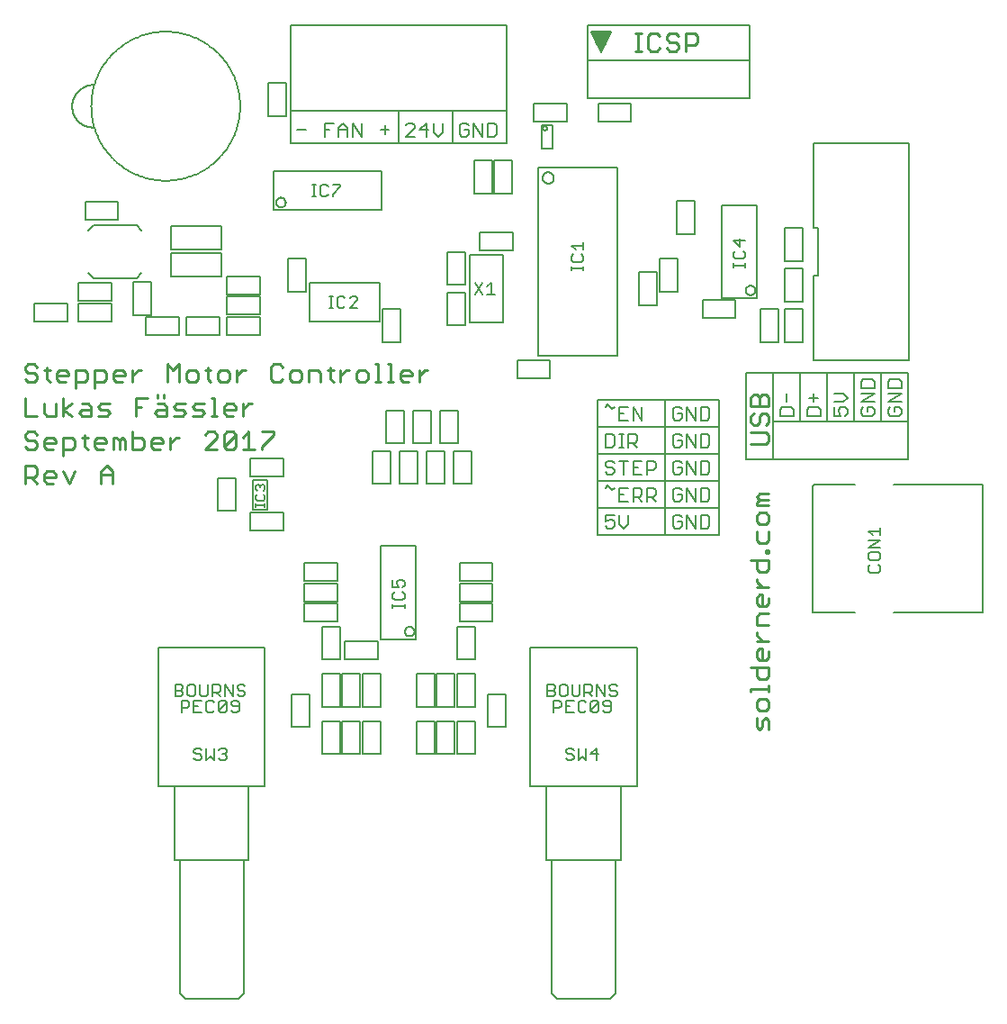
<source format=gto>
G75*
%MOIN*%
%OFA0B0*%
%FSLAX25Y25*%
%IPPOS*%
%LPD*%
%AMOC8*
5,1,8,0,0,1.08239X$1,22.5*
%
%ADD10C,0.00591*%
%ADD11C,0.01000*%
%ADD12C,0.00700*%
%ADD13C,0.00600*%
D10*
X0082102Y0052476D02*
X0082102Y0080035D01*
X0109661Y0080035D01*
X0109661Y0052476D01*
X0107693Y0052476D01*
X0107693Y0003264D01*
X0105724Y0001295D01*
X0086039Y0001295D01*
X0084071Y0003264D01*
X0084071Y0052476D01*
X0082102Y0052476D01*
X0084071Y0052476D02*
X0107693Y0052476D01*
X0109661Y0080035D02*
X0115567Y0080035D01*
X0115567Y0131217D01*
X0076197Y0131217D01*
X0076197Y0080035D01*
X0082102Y0080035D01*
X0125547Y0101807D02*
X0132240Y0101807D01*
X0132240Y0114012D01*
X0125547Y0114012D01*
X0125547Y0101807D01*
X0136797Y0104012D02*
X0136797Y0091807D01*
X0143490Y0091807D01*
X0143490Y0104012D01*
X0136797Y0104012D01*
X0136797Y0109307D02*
X0143490Y0109307D01*
X0143490Y0121512D01*
X0136797Y0121512D01*
X0136797Y0109307D01*
X0144297Y0109307D02*
X0150990Y0109307D01*
X0150990Y0121512D01*
X0144297Y0121512D01*
X0144297Y0109307D01*
X0151797Y0109307D02*
X0158490Y0109307D01*
X0158490Y0121512D01*
X0151797Y0121512D01*
X0151797Y0109307D01*
X0151797Y0104012D02*
X0158490Y0104012D01*
X0158490Y0091807D01*
X0151797Y0091807D01*
X0151797Y0104012D01*
X0150990Y0104012D02*
X0144297Y0104012D01*
X0144297Y0091807D01*
X0150990Y0091807D01*
X0150990Y0104012D01*
X0171797Y0104012D02*
X0171797Y0091807D01*
X0178490Y0091807D01*
X0178490Y0104012D01*
X0171797Y0104012D01*
X0171797Y0109307D02*
X0178490Y0109307D01*
X0178490Y0121512D01*
X0171797Y0121512D01*
X0171797Y0109307D01*
X0179297Y0109307D02*
X0185990Y0109307D01*
X0185990Y0121512D01*
X0179297Y0121512D01*
X0179297Y0109307D01*
X0179297Y0104012D02*
X0179297Y0091807D01*
X0185990Y0091807D01*
X0185990Y0104012D01*
X0179297Y0104012D01*
X0186797Y0104012D02*
X0186797Y0091807D01*
X0193490Y0091807D01*
X0193490Y0104012D01*
X0186797Y0104012D01*
X0186797Y0109307D02*
X0193490Y0109307D01*
X0193490Y0121512D01*
X0186797Y0121512D01*
X0186797Y0109307D01*
X0198047Y0114012D02*
X0198047Y0101807D01*
X0204740Y0101807D01*
X0204740Y0114012D01*
X0198047Y0114012D01*
X0193490Y0126807D02*
X0186797Y0126807D01*
X0186797Y0139012D01*
X0193490Y0139012D01*
X0193490Y0126807D01*
X0187791Y0140813D02*
X0187791Y0147506D01*
X0199996Y0147506D01*
X0199996Y0140813D01*
X0187791Y0140813D01*
X0187791Y0148313D02*
X0187791Y0155006D01*
X0199996Y0155006D01*
X0199996Y0148313D01*
X0187791Y0148313D01*
X0187791Y0155813D02*
X0199996Y0155813D01*
X0199996Y0162506D01*
X0187791Y0162506D01*
X0187791Y0155813D01*
X0171640Y0168884D02*
X0158648Y0168884D01*
X0158648Y0134435D01*
X0171640Y0134435D01*
X0171640Y0168884D01*
X0172240Y0191807D02*
X0165547Y0191807D01*
X0165547Y0204012D01*
X0172240Y0204012D01*
X0172240Y0191807D01*
X0175547Y0191807D02*
X0182240Y0191807D01*
X0182240Y0204012D01*
X0175547Y0204012D01*
X0175547Y0191807D01*
X0185547Y0191807D02*
X0185547Y0204012D01*
X0192240Y0204012D01*
X0192240Y0191807D01*
X0185547Y0191807D01*
X0187240Y0206807D02*
X0180547Y0206807D01*
X0180547Y0219012D01*
X0187240Y0219012D01*
X0187240Y0206807D01*
X0177240Y0206807D02*
X0177240Y0219012D01*
X0170547Y0219012D01*
X0170547Y0206807D01*
X0177240Y0206807D01*
X0167240Y0206807D02*
X0167240Y0219012D01*
X0160547Y0219012D01*
X0160547Y0206807D01*
X0167240Y0206807D01*
X0162240Y0204012D02*
X0155547Y0204012D01*
X0155547Y0191807D01*
X0162240Y0191807D01*
X0162240Y0204012D01*
X0122496Y0201256D02*
X0122496Y0194563D01*
X0110291Y0194563D01*
X0110291Y0201256D01*
X0122496Y0201256D01*
X0116650Y0193421D02*
X0111138Y0193421D01*
X0111138Y0182398D01*
X0116650Y0182398D01*
X0116650Y0193421D01*
X0104740Y0194012D02*
X0104740Y0181807D01*
X0098047Y0181807D01*
X0098047Y0194012D01*
X0104740Y0194012D01*
X0110291Y0181256D02*
X0110291Y0174563D01*
X0122496Y0174563D01*
X0122496Y0181256D01*
X0110291Y0181256D01*
X0130291Y0162506D02*
X0130291Y0155813D01*
X0142496Y0155813D01*
X0142496Y0162506D01*
X0130291Y0162506D01*
X0130291Y0155006D02*
X0130291Y0148313D01*
X0142496Y0148313D01*
X0142496Y0155006D01*
X0130291Y0155006D01*
X0130291Y0147506D02*
X0130291Y0140813D01*
X0142496Y0140813D01*
X0142496Y0147506D01*
X0130291Y0147506D01*
X0136797Y0139012D02*
X0136797Y0126807D01*
X0143490Y0126807D01*
X0143490Y0139012D01*
X0136797Y0139012D01*
X0145291Y0133756D02*
X0145291Y0127063D01*
X0157496Y0127063D01*
X0157496Y0133756D01*
X0145291Y0133756D01*
X0167490Y0137284D02*
X0167492Y0137367D01*
X0167498Y0137451D01*
X0167508Y0137534D01*
X0167521Y0137616D01*
X0167539Y0137698D01*
X0167561Y0137778D01*
X0167586Y0137858D01*
X0167615Y0137936D01*
X0167647Y0138013D01*
X0167684Y0138089D01*
X0167723Y0138162D01*
X0167767Y0138233D01*
X0167813Y0138303D01*
X0167863Y0138370D01*
X0167916Y0138435D01*
X0167971Y0138497D01*
X0168030Y0138556D01*
X0168092Y0138613D01*
X0168156Y0138666D01*
X0168222Y0138717D01*
X0168291Y0138764D01*
X0168362Y0138808D01*
X0168435Y0138849D01*
X0168510Y0138886D01*
X0168586Y0138919D01*
X0168664Y0138949D01*
X0168744Y0138975D01*
X0168824Y0138998D01*
X0168905Y0139016D01*
X0168988Y0139031D01*
X0169070Y0139042D01*
X0169154Y0139049D01*
X0169237Y0139052D01*
X0169321Y0139051D01*
X0169404Y0139046D01*
X0169487Y0139037D01*
X0169570Y0139024D01*
X0169651Y0139008D01*
X0169732Y0138987D01*
X0169812Y0138963D01*
X0169891Y0138935D01*
X0169968Y0138903D01*
X0170044Y0138868D01*
X0170118Y0138829D01*
X0170190Y0138787D01*
X0170260Y0138741D01*
X0170327Y0138692D01*
X0170393Y0138640D01*
X0170455Y0138585D01*
X0170516Y0138527D01*
X0170573Y0138466D01*
X0170627Y0138403D01*
X0170678Y0138337D01*
X0170727Y0138268D01*
X0170771Y0138198D01*
X0170813Y0138125D01*
X0170851Y0138051D01*
X0170885Y0137975D01*
X0170916Y0137897D01*
X0170943Y0137818D01*
X0170967Y0137738D01*
X0170986Y0137657D01*
X0171002Y0137575D01*
X0171014Y0137492D01*
X0171022Y0137409D01*
X0171026Y0137326D01*
X0171026Y0137242D01*
X0171022Y0137159D01*
X0171014Y0137076D01*
X0171002Y0136993D01*
X0170986Y0136911D01*
X0170967Y0136830D01*
X0170943Y0136750D01*
X0170916Y0136671D01*
X0170885Y0136593D01*
X0170851Y0136517D01*
X0170813Y0136443D01*
X0170771Y0136370D01*
X0170727Y0136300D01*
X0170678Y0136231D01*
X0170627Y0136165D01*
X0170573Y0136102D01*
X0170516Y0136041D01*
X0170455Y0135983D01*
X0170393Y0135928D01*
X0170327Y0135876D01*
X0170260Y0135827D01*
X0170190Y0135781D01*
X0170118Y0135739D01*
X0170044Y0135700D01*
X0169968Y0135665D01*
X0169891Y0135633D01*
X0169812Y0135605D01*
X0169732Y0135581D01*
X0169651Y0135560D01*
X0169570Y0135544D01*
X0169487Y0135531D01*
X0169404Y0135522D01*
X0169321Y0135517D01*
X0169237Y0135516D01*
X0169154Y0135519D01*
X0169070Y0135526D01*
X0168988Y0135537D01*
X0168905Y0135552D01*
X0168824Y0135570D01*
X0168744Y0135593D01*
X0168664Y0135619D01*
X0168586Y0135649D01*
X0168510Y0135682D01*
X0168435Y0135719D01*
X0168362Y0135760D01*
X0168291Y0135804D01*
X0168222Y0135851D01*
X0168156Y0135902D01*
X0168092Y0135955D01*
X0168030Y0136012D01*
X0167971Y0136071D01*
X0167916Y0136133D01*
X0167863Y0136198D01*
X0167813Y0136265D01*
X0167767Y0136335D01*
X0167723Y0136406D01*
X0167684Y0136479D01*
X0167647Y0136555D01*
X0167615Y0136632D01*
X0167586Y0136710D01*
X0167561Y0136790D01*
X0167539Y0136870D01*
X0167521Y0136952D01*
X0167508Y0137034D01*
X0167498Y0137117D01*
X0167492Y0137201D01*
X0167490Y0137284D01*
X0213992Y0131217D02*
X0213992Y0080035D01*
X0219898Y0080035D01*
X0219898Y0052476D01*
X0221866Y0052476D01*
X0221866Y0003264D01*
X0223835Y0001295D01*
X0243520Y0001295D01*
X0245488Y0003264D01*
X0245488Y0052476D01*
X0221866Y0052476D01*
X0245488Y0052476D02*
X0247457Y0052476D01*
X0247457Y0080035D01*
X0253362Y0080035D01*
X0253362Y0131217D01*
X0213992Y0131217D01*
X0238894Y0172909D02*
X0238894Y0182909D01*
X0283894Y0182909D01*
X0283894Y0172909D01*
X0238894Y0172909D01*
X0238894Y0182909D02*
X0238894Y0192909D01*
X0283894Y0192909D01*
X0283894Y0182909D01*
X0283894Y0192909D02*
X0283894Y0202909D01*
X0238894Y0202909D01*
X0238894Y0212909D01*
X0283894Y0212909D01*
X0283894Y0202909D01*
X0283894Y0212909D02*
X0283894Y0222909D01*
X0263894Y0222909D01*
X0238894Y0222909D01*
X0238894Y0212909D01*
X0238894Y0202909D02*
X0238894Y0192909D01*
X0263894Y0172909D02*
X0263894Y0222909D01*
X0246013Y0239359D02*
X0246013Y0308859D01*
X0216775Y0308859D01*
X0216775Y0239359D01*
X0246013Y0239359D01*
X0254297Y0258057D02*
X0260990Y0258057D01*
X0260990Y0270262D01*
X0254297Y0270262D01*
X0254297Y0258057D01*
X0261797Y0263057D02*
X0268490Y0263057D01*
X0268490Y0275262D01*
X0261797Y0275262D01*
X0261797Y0263057D01*
X0277791Y0260006D02*
X0277791Y0253313D01*
X0289996Y0253313D01*
X0289996Y0260006D01*
X0277791Y0260006D01*
X0284898Y0260685D02*
X0284898Y0295134D01*
X0297890Y0295134D01*
X0297890Y0260685D01*
X0284898Y0260685D01*
X0293740Y0263534D02*
X0293742Y0263617D01*
X0293748Y0263701D01*
X0293758Y0263784D01*
X0293771Y0263866D01*
X0293789Y0263948D01*
X0293811Y0264028D01*
X0293836Y0264108D01*
X0293865Y0264186D01*
X0293897Y0264263D01*
X0293934Y0264339D01*
X0293973Y0264412D01*
X0294017Y0264483D01*
X0294063Y0264553D01*
X0294113Y0264620D01*
X0294166Y0264685D01*
X0294221Y0264747D01*
X0294280Y0264806D01*
X0294342Y0264863D01*
X0294406Y0264916D01*
X0294472Y0264967D01*
X0294541Y0265014D01*
X0294612Y0265058D01*
X0294685Y0265099D01*
X0294760Y0265136D01*
X0294836Y0265169D01*
X0294914Y0265199D01*
X0294994Y0265225D01*
X0295074Y0265248D01*
X0295155Y0265266D01*
X0295238Y0265281D01*
X0295320Y0265292D01*
X0295404Y0265299D01*
X0295487Y0265302D01*
X0295571Y0265301D01*
X0295654Y0265296D01*
X0295737Y0265287D01*
X0295820Y0265274D01*
X0295901Y0265258D01*
X0295982Y0265237D01*
X0296062Y0265213D01*
X0296141Y0265185D01*
X0296218Y0265153D01*
X0296294Y0265118D01*
X0296368Y0265079D01*
X0296440Y0265037D01*
X0296510Y0264991D01*
X0296577Y0264942D01*
X0296643Y0264890D01*
X0296705Y0264835D01*
X0296766Y0264777D01*
X0296823Y0264716D01*
X0296877Y0264653D01*
X0296928Y0264587D01*
X0296977Y0264518D01*
X0297021Y0264448D01*
X0297063Y0264375D01*
X0297101Y0264301D01*
X0297135Y0264225D01*
X0297166Y0264147D01*
X0297193Y0264068D01*
X0297217Y0263988D01*
X0297236Y0263907D01*
X0297252Y0263825D01*
X0297264Y0263742D01*
X0297272Y0263659D01*
X0297276Y0263576D01*
X0297276Y0263492D01*
X0297272Y0263409D01*
X0297264Y0263326D01*
X0297252Y0263243D01*
X0297236Y0263161D01*
X0297217Y0263080D01*
X0297193Y0263000D01*
X0297166Y0262921D01*
X0297135Y0262843D01*
X0297101Y0262767D01*
X0297063Y0262693D01*
X0297021Y0262620D01*
X0296977Y0262550D01*
X0296928Y0262481D01*
X0296877Y0262415D01*
X0296823Y0262352D01*
X0296766Y0262291D01*
X0296705Y0262233D01*
X0296643Y0262178D01*
X0296577Y0262126D01*
X0296510Y0262077D01*
X0296440Y0262031D01*
X0296368Y0261989D01*
X0296294Y0261950D01*
X0296218Y0261915D01*
X0296141Y0261883D01*
X0296062Y0261855D01*
X0295982Y0261831D01*
X0295901Y0261810D01*
X0295820Y0261794D01*
X0295737Y0261781D01*
X0295654Y0261772D01*
X0295571Y0261767D01*
X0295487Y0261766D01*
X0295404Y0261769D01*
X0295320Y0261776D01*
X0295238Y0261787D01*
X0295155Y0261802D01*
X0295074Y0261820D01*
X0294994Y0261843D01*
X0294914Y0261869D01*
X0294836Y0261899D01*
X0294760Y0261932D01*
X0294685Y0261969D01*
X0294612Y0262010D01*
X0294541Y0262054D01*
X0294472Y0262101D01*
X0294406Y0262152D01*
X0294342Y0262205D01*
X0294280Y0262262D01*
X0294221Y0262321D01*
X0294166Y0262383D01*
X0294113Y0262448D01*
X0294063Y0262515D01*
X0294017Y0262585D01*
X0293973Y0262656D01*
X0293934Y0262729D01*
X0293897Y0262805D01*
X0293865Y0262882D01*
X0293836Y0262960D01*
X0293811Y0263040D01*
X0293789Y0263120D01*
X0293771Y0263202D01*
X0293758Y0263284D01*
X0293748Y0263367D01*
X0293742Y0263451D01*
X0293740Y0263534D01*
X0299297Y0256512D02*
X0305990Y0256512D01*
X0305990Y0244307D01*
X0299297Y0244307D01*
X0299297Y0256512D01*
X0308047Y0256512D02*
X0314740Y0256512D01*
X0314740Y0244307D01*
X0308047Y0244307D01*
X0308047Y0256512D01*
X0308047Y0259307D02*
X0314740Y0259307D01*
X0314740Y0271512D01*
X0308047Y0271512D01*
X0308047Y0259307D01*
X0318677Y0269051D02*
X0320646Y0269051D01*
X0320646Y0286768D01*
X0318677Y0286768D01*
X0318677Y0318067D01*
X0354110Y0318067D01*
X0354110Y0237752D01*
X0318677Y0237752D01*
X0318677Y0269051D01*
X0314740Y0274307D02*
X0308047Y0274307D01*
X0308047Y0286512D01*
X0314740Y0286512D01*
X0314740Y0274307D01*
X0274740Y0284307D02*
X0268047Y0284307D01*
X0268047Y0296512D01*
X0274740Y0296512D01*
X0274740Y0284307D01*
X0251246Y0325813D02*
X0239041Y0325813D01*
X0239041Y0332506D01*
X0251246Y0332506D01*
X0251246Y0325813D01*
X0235144Y0334659D02*
X0235144Y0348659D01*
X0295144Y0348659D01*
X0295144Y0334659D01*
X0235144Y0334659D01*
X0227496Y0332506D02*
X0227496Y0325813D01*
X0215291Y0325813D01*
X0215291Y0332506D01*
X0227496Y0332506D01*
X0222112Y0324740D02*
X0218175Y0324740D01*
X0218175Y0316079D01*
X0222112Y0316079D01*
X0222112Y0324740D01*
X0218569Y0323559D02*
X0218571Y0323615D01*
X0218577Y0323670D01*
X0218587Y0323724D01*
X0218600Y0323778D01*
X0218618Y0323831D01*
X0218639Y0323882D01*
X0218663Y0323932D01*
X0218691Y0323980D01*
X0218723Y0324026D01*
X0218757Y0324070D01*
X0218795Y0324111D01*
X0218835Y0324149D01*
X0218878Y0324184D01*
X0218923Y0324216D01*
X0218971Y0324245D01*
X0219020Y0324271D01*
X0219071Y0324293D01*
X0219123Y0324311D01*
X0219177Y0324325D01*
X0219232Y0324336D01*
X0219287Y0324343D01*
X0219342Y0324346D01*
X0219398Y0324345D01*
X0219453Y0324340D01*
X0219508Y0324331D01*
X0219562Y0324319D01*
X0219615Y0324302D01*
X0219667Y0324282D01*
X0219717Y0324258D01*
X0219765Y0324231D01*
X0219812Y0324201D01*
X0219856Y0324167D01*
X0219898Y0324130D01*
X0219936Y0324090D01*
X0219973Y0324048D01*
X0220006Y0324003D01*
X0220035Y0323957D01*
X0220062Y0323908D01*
X0220084Y0323857D01*
X0220104Y0323805D01*
X0220119Y0323751D01*
X0220131Y0323697D01*
X0220139Y0323642D01*
X0220143Y0323587D01*
X0220143Y0323531D01*
X0220139Y0323476D01*
X0220131Y0323421D01*
X0220119Y0323367D01*
X0220104Y0323313D01*
X0220084Y0323261D01*
X0220062Y0323210D01*
X0220035Y0323161D01*
X0220006Y0323115D01*
X0219973Y0323070D01*
X0219936Y0323028D01*
X0219898Y0322988D01*
X0219856Y0322951D01*
X0219812Y0322917D01*
X0219765Y0322887D01*
X0219717Y0322860D01*
X0219667Y0322836D01*
X0219615Y0322816D01*
X0219562Y0322799D01*
X0219508Y0322787D01*
X0219453Y0322778D01*
X0219398Y0322773D01*
X0219342Y0322772D01*
X0219287Y0322775D01*
X0219232Y0322782D01*
X0219177Y0322793D01*
X0219123Y0322807D01*
X0219071Y0322825D01*
X0219020Y0322847D01*
X0218971Y0322873D01*
X0218923Y0322902D01*
X0218878Y0322934D01*
X0218835Y0322969D01*
X0218795Y0323007D01*
X0218757Y0323048D01*
X0218723Y0323092D01*
X0218691Y0323138D01*
X0218663Y0323186D01*
X0218639Y0323236D01*
X0218618Y0323287D01*
X0218600Y0323340D01*
X0218587Y0323394D01*
X0218577Y0323448D01*
X0218571Y0323503D01*
X0218569Y0323559D01*
X0207240Y0311512D02*
X0200547Y0311512D01*
X0200547Y0299307D01*
X0207240Y0299307D01*
X0207240Y0311512D01*
X0205144Y0317909D02*
X0205144Y0330409D01*
X0205144Y0330124D02*
X0125144Y0330124D01*
X0125144Y0361620D01*
X0205144Y0361620D01*
X0205144Y0330124D01*
X0205144Y0317909D02*
X0185144Y0317909D01*
X0185144Y0329784D01*
X0185144Y0317909D02*
X0165144Y0317909D01*
X0165144Y0329784D01*
X0165144Y0317909D02*
X0125144Y0317909D01*
X0125144Y0330409D01*
X0123490Y0328057D02*
X0116797Y0328057D01*
X0116797Y0340262D01*
X0123490Y0340262D01*
X0123490Y0328057D01*
X0118815Y0307496D02*
X0118815Y0293323D01*
X0158972Y0293323D01*
X0158972Y0307496D01*
X0118815Y0307496D01*
X0119803Y0296079D02*
X0119805Y0296162D01*
X0119811Y0296246D01*
X0119821Y0296329D01*
X0119834Y0296411D01*
X0119852Y0296493D01*
X0119874Y0296573D01*
X0119899Y0296653D01*
X0119928Y0296731D01*
X0119960Y0296808D01*
X0119997Y0296884D01*
X0120036Y0296957D01*
X0120080Y0297028D01*
X0120126Y0297098D01*
X0120176Y0297165D01*
X0120229Y0297230D01*
X0120284Y0297292D01*
X0120343Y0297351D01*
X0120405Y0297408D01*
X0120469Y0297461D01*
X0120535Y0297512D01*
X0120604Y0297559D01*
X0120675Y0297603D01*
X0120748Y0297644D01*
X0120823Y0297681D01*
X0120899Y0297714D01*
X0120977Y0297744D01*
X0121057Y0297770D01*
X0121137Y0297793D01*
X0121218Y0297811D01*
X0121301Y0297826D01*
X0121383Y0297837D01*
X0121467Y0297844D01*
X0121550Y0297847D01*
X0121634Y0297846D01*
X0121717Y0297841D01*
X0121800Y0297832D01*
X0121883Y0297819D01*
X0121964Y0297803D01*
X0122045Y0297782D01*
X0122125Y0297758D01*
X0122204Y0297730D01*
X0122281Y0297698D01*
X0122357Y0297663D01*
X0122431Y0297624D01*
X0122503Y0297582D01*
X0122573Y0297536D01*
X0122640Y0297487D01*
X0122706Y0297435D01*
X0122768Y0297380D01*
X0122829Y0297322D01*
X0122886Y0297261D01*
X0122940Y0297198D01*
X0122991Y0297132D01*
X0123040Y0297063D01*
X0123084Y0296993D01*
X0123126Y0296920D01*
X0123164Y0296846D01*
X0123198Y0296770D01*
X0123229Y0296692D01*
X0123256Y0296613D01*
X0123280Y0296533D01*
X0123299Y0296452D01*
X0123315Y0296370D01*
X0123327Y0296287D01*
X0123335Y0296204D01*
X0123339Y0296121D01*
X0123339Y0296037D01*
X0123335Y0295954D01*
X0123327Y0295871D01*
X0123315Y0295788D01*
X0123299Y0295706D01*
X0123280Y0295625D01*
X0123256Y0295545D01*
X0123229Y0295466D01*
X0123198Y0295388D01*
X0123164Y0295312D01*
X0123126Y0295238D01*
X0123084Y0295165D01*
X0123040Y0295095D01*
X0122991Y0295026D01*
X0122940Y0294960D01*
X0122886Y0294897D01*
X0122829Y0294836D01*
X0122768Y0294778D01*
X0122706Y0294723D01*
X0122640Y0294671D01*
X0122573Y0294622D01*
X0122503Y0294576D01*
X0122431Y0294534D01*
X0122357Y0294495D01*
X0122281Y0294460D01*
X0122204Y0294428D01*
X0122125Y0294400D01*
X0122045Y0294376D01*
X0121964Y0294355D01*
X0121883Y0294339D01*
X0121800Y0294326D01*
X0121717Y0294317D01*
X0121634Y0294312D01*
X0121550Y0294311D01*
X0121467Y0294314D01*
X0121383Y0294321D01*
X0121301Y0294332D01*
X0121218Y0294347D01*
X0121137Y0294365D01*
X0121057Y0294388D01*
X0120977Y0294414D01*
X0120899Y0294444D01*
X0120823Y0294477D01*
X0120748Y0294514D01*
X0120675Y0294555D01*
X0120604Y0294599D01*
X0120535Y0294646D01*
X0120469Y0294697D01*
X0120405Y0294750D01*
X0120343Y0294807D01*
X0120284Y0294866D01*
X0120229Y0294928D01*
X0120176Y0294993D01*
X0120126Y0295060D01*
X0120080Y0295130D01*
X0120036Y0295201D01*
X0119997Y0295274D01*
X0119960Y0295350D01*
X0119928Y0295427D01*
X0119899Y0295505D01*
X0119874Y0295585D01*
X0119852Y0295665D01*
X0119834Y0295747D01*
X0119821Y0295829D01*
X0119811Y0295912D01*
X0119805Y0295996D01*
X0119803Y0296079D01*
X0124297Y0275262D02*
X0124297Y0263057D01*
X0130990Y0263057D01*
X0130990Y0275262D01*
X0124297Y0275262D01*
X0132152Y0266246D02*
X0158136Y0266246D01*
X0158136Y0252073D01*
X0132152Y0252073D01*
X0132152Y0266246D01*
X0113746Y0268756D02*
X0113746Y0262063D01*
X0101541Y0262063D01*
X0101541Y0268756D01*
X0113746Y0268756D01*
X0113746Y0261256D02*
X0113746Y0254563D01*
X0101541Y0254563D01*
X0101541Y0261256D01*
X0113746Y0261256D01*
X0113746Y0253756D02*
X0101541Y0253756D01*
X0101541Y0247063D01*
X0113746Y0247063D01*
X0113746Y0253756D01*
X0098746Y0253756D02*
X0098746Y0247063D01*
X0086541Y0247063D01*
X0086541Y0253756D01*
X0098746Y0253756D01*
X0099593Y0268579D02*
X0099593Y0277240D01*
X0080695Y0277240D01*
X0080695Y0268579D01*
X0099593Y0268579D01*
X0099593Y0278579D02*
X0099593Y0287240D01*
X0080695Y0287240D01*
X0080695Y0278579D01*
X0099593Y0278579D01*
X0083746Y0253756D02*
X0071541Y0253756D01*
X0071541Y0247063D01*
X0083746Y0247063D01*
X0083746Y0253756D01*
X0073490Y0254307D02*
X0073490Y0266512D01*
X0066797Y0266512D01*
X0066797Y0254307D01*
X0073490Y0254307D01*
X0068018Y0268067D02*
X0052270Y0268067D01*
X0050301Y0270035D01*
X0046541Y0266256D02*
X0046541Y0259563D01*
X0058746Y0259563D01*
X0058746Y0266256D01*
X0046541Y0266256D01*
X0046541Y0258756D02*
X0046541Y0252063D01*
X0058746Y0252063D01*
X0058746Y0258756D01*
X0046541Y0258756D01*
X0042496Y0258756D02*
X0042496Y0252063D01*
X0030291Y0252063D01*
X0030291Y0258756D01*
X0042496Y0258756D01*
X0068018Y0268067D02*
X0069986Y0270035D01*
X0069986Y0285783D02*
X0068018Y0287752D01*
X0052270Y0287752D01*
X0050301Y0285783D01*
X0049041Y0289563D02*
X0061246Y0289563D01*
X0061246Y0296256D01*
X0049041Y0296256D01*
X0049041Y0289563D01*
X0052122Y0323785D02*
X0051930Y0323787D01*
X0051739Y0323794D01*
X0051547Y0323806D01*
X0051356Y0323822D01*
X0051166Y0323843D01*
X0050976Y0323869D01*
X0050786Y0323899D01*
X0050598Y0323934D01*
X0050410Y0323973D01*
X0050223Y0324017D01*
X0050038Y0324066D01*
X0049854Y0324119D01*
X0049671Y0324176D01*
X0049489Y0324238D01*
X0049309Y0324305D01*
X0049131Y0324375D01*
X0048954Y0324450D01*
X0048780Y0324530D01*
X0048607Y0324613D01*
X0048437Y0324701D01*
X0048268Y0324792D01*
X0048102Y0324888D01*
X0047939Y0324988D01*
X0047777Y0325092D01*
X0047619Y0325200D01*
X0047463Y0325311D01*
X0047310Y0325427D01*
X0047159Y0325546D01*
X0047012Y0325668D01*
X0046868Y0325795D01*
X0046726Y0325924D01*
X0046588Y0326057D01*
X0046453Y0326194D01*
X0046322Y0326334D01*
X0046194Y0326476D01*
X0046070Y0326622D01*
X0045949Y0326771D01*
X0045832Y0326923D01*
X0045718Y0327077D01*
X0045608Y0327235D01*
X0045503Y0327395D01*
X0045401Y0327557D01*
X0045303Y0327722D01*
X0045209Y0327889D01*
X0045119Y0328059D01*
X0045034Y0328230D01*
X0044952Y0328404D01*
X0044875Y0328579D01*
X0044802Y0328757D01*
X0044734Y0328936D01*
X0044670Y0329117D01*
X0044610Y0329299D01*
X0044555Y0329482D01*
X0044504Y0329667D01*
X0044458Y0329853D01*
X0044416Y0330041D01*
X0044379Y0330229D01*
X0044346Y0330418D01*
X0044319Y0330607D01*
X0044295Y0330798D01*
X0044277Y0330989D01*
X0044263Y0331180D01*
X0044253Y0331371D01*
X0044249Y0331563D01*
X0044249Y0331755D01*
X0044253Y0331947D01*
X0044263Y0332138D01*
X0044277Y0332329D01*
X0044295Y0332520D01*
X0044319Y0332711D01*
X0044346Y0332900D01*
X0044379Y0333089D01*
X0044416Y0333277D01*
X0044458Y0333465D01*
X0044504Y0333651D01*
X0044555Y0333836D01*
X0044610Y0334019D01*
X0044670Y0334201D01*
X0044734Y0334382D01*
X0044802Y0334561D01*
X0044875Y0334739D01*
X0044952Y0334914D01*
X0045034Y0335088D01*
X0045119Y0335259D01*
X0045209Y0335429D01*
X0045303Y0335596D01*
X0045401Y0335761D01*
X0045503Y0335923D01*
X0045608Y0336083D01*
X0045718Y0336241D01*
X0045832Y0336395D01*
X0045949Y0336547D01*
X0046070Y0336696D01*
X0046194Y0336842D01*
X0046322Y0336984D01*
X0046453Y0337124D01*
X0046588Y0337261D01*
X0046726Y0337394D01*
X0046868Y0337523D01*
X0047012Y0337650D01*
X0047159Y0337772D01*
X0047310Y0337891D01*
X0047463Y0338007D01*
X0047619Y0338118D01*
X0047777Y0338226D01*
X0047939Y0338330D01*
X0048102Y0338430D01*
X0048268Y0338526D01*
X0048437Y0338617D01*
X0048607Y0338705D01*
X0048780Y0338788D01*
X0048954Y0338868D01*
X0049131Y0338943D01*
X0049309Y0339013D01*
X0049489Y0339080D01*
X0049671Y0339142D01*
X0049854Y0339199D01*
X0050038Y0339252D01*
X0050223Y0339301D01*
X0050410Y0339345D01*
X0050598Y0339384D01*
X0050786Y0339419D01*
X0050976Y0339449D01*
X0051166Y0339475D01*
X0051356Y0339496D01*
X0051547Y0339512D01*
X0051739Y0339524D01*
X0051930Y0339531D01*
X0052122Y0339533D01*
X0051335Y0331659D02*
X0051343Y0332335D01*
X0051368Y0333011D01*
X0051410Y0333686D01*
X0051468Y0334360D01*
X0051542Y0335033D01*
X0051633Y0335703D01*
X0051741Y0336371D01*
X0051865Y0337035D01*
X0052005Y0337697D01*
X0052161Y0338355D01*
X0052333Y0339009D01*
X0052522Y0339659D01*
X0052726Y0340304D01*
X0052946Y0340943D01*
X0053182Y0341577D01*
X0053433Y0342205D01*
X0053699Y0342827D01*
X0053981Y0343442D01*
X0054278Y0344050D01*
X0054589Y0344650D01*
X0054915Y0345243D01*
X0055256Y0345827D01*
X0055611Y0346403D01*
X0055980Y0346970D01*
X0056362Y0347528D01*
X0056758Y0348076D01*
X0057168Y0348614D01*
X0057591Y0349142D01*
X0058026Y0349660D01*
X0058474Y0350166D01*
X0058934Y0350662D01*
X0059407Y0351146D01*
X0059891Y0351619D01*
X0060387Y0352079D01*
X0060893Y0352527D01*
X0061411Y0352962D01*
X0061939Y0353385D01*
X0062477Y0353795D01*
X0063025Y0354191D01*
X0063583Y0354573D01*
X0064150Y0354942D01*
X0064726Y0355297D01*
X0065310Y0355638D01*
X0065903Y0355964D01*
X0066503Y0356275D01*
X0067111Y0356572D01*
X0067726Y0356854D01*
X0068348Y0357120D01*
X0068976Y0357371D01*
X0069610Y0357607D01*
X0070249Y0357827D01*
X0070894Y0358031D01*
X0071544Y0358220D01*
X0072198Y0358392D01*
X0072856Y0358548D01*
X0073518Y0358688D01*
X0074182Y0358812D01*
X0074850Y0358920D01*
X0075520Y0359011D01*
X0076193Y0359085D01*
X0076867Y0359143D01*
X0077542Y0359185D01*
X0078218Y0359210D01*
X0078894Y0359218D01*
X0079570Y0359210D01*
X0080246Y0359185D01*
X0080921Y0359143D01*
X0081595Y0359085D01*
X0082268Y0359011D01*
X0082938Y0358920D01*
X0083606Y0358812D01*
X0084270Y0358688D01*
X0084932Y0358548D01*
X0085590Y0358392D01*
X0086244Y0358220D01*
X0086894Y0358031D01*
X0087539Y0357827D01*
X0088178Y0357607D01*
X0088812Y0357371D01*
X0089440Y0357120D01*
X0090062Y0356854D01*
X0090677Y0356572D01*
X0091285Y0356275D01*
X0091885Y0355964D01*
X0092478Y0355638D01*
X0093062Y0355297D01*
X0093638Y0354942D01*
X0094205Y0354573D01*
X0094763Y0354191D01*
X0095311Y0353795D01*
X0095849Y0353385D01*
X0096377Y0352962D01*
X0096895Y0352527D01*
X0097401Y0352079D01*
X0097897Y0351619D01*
X0098381Y0351146D01*
X0098854Y0350662D01*
X0099314Y0350166D01*
X0099762Y0349660D01*
X0100197Y0349142D01*
X0100620Y0348614D01*
X0101030Y0348076D01*
X0101426Y0347528D01*
X0101808Y0346970D01*
X0102177Y0346403D01*
X0102532Y0345827D01*
X0102873Y0345243D01*
X0103199Y0344650D01*
X0103510Y0344050D01*
X0103807Y0343442D01*
X0104089Y0342827D01*
X0104355Y0342205D01*
X0104606Y0341577D01*
X0104842Y0340943D01*
X0105062Y0340304D01*
X0105266Y0339659D01*
X0105455Y0339009D01*
X0105627Y0338355D01*
X0105783Y0337697D01*
X0105923Y0337035D01*
X0106047Y0336371D01*
X0106155Y0335703D01*
X0106246Y0335033D01*
X0106320Y0334360D01*
X0106378Y0333686D01*
X0106420Y0333011D01*
X0106445Y0332335D01*
X0106453Y0331659D01*
X0106445Y0330983D01*
X0106420Y0330307D01*
X0106378Y0329632D01*
X0106320Y0328958D01*
X0106246Y0328285D01*
X0106155Y0327615D01*
X0106047Y0326947D01*
X0105923Y0326283D01*
X0105783Y0325621D01*
X0105627Y0324963D01*
X0105455Y0324309D01*
X0105266Y0323659D01*
X0105062Y0323014D01*
X0104842Y0322375D01*
X0104606Y0321741D01*
X0104355Y0321113D01*
X0104089Y0320491D01*
X0103807Y0319876D01*
X0103510Y0319268D01*
X0103199Y0318668D01*
X0102873Y0318075D01*
X0102532Y0317491D01*
X0102177Y0316915D01*
X0101808Y0316348D01*
X0101426Y0315790D01*
X0101030Y0315242D01*
X0100620Y0314704D01*
X0100197Y0314176D01*
X0099762Y0313658D01*
X0099314Y0313152D01*
X0098854Y0312656D01*
X0098381Y0312172D01*
X0097897Y0311699D01*
X0097401Y0311239D01*
X0096895Y0310791D01*
X0096377Y0310356D01*
X0095849Y0309933D01*
X0095311Y0309523D01*
X0094763Y0309127D01*
X0094205Y0308745D01*
X0093638Y0308376D01*
X0093062Y0308021D01*
X0092478Y0307680D01*
X0091885Y0307354D01*
X0091285Y0307043D01*
X0090677Y0306746D01*
X0090062Y0306464D01*
X0089440Y0306198D01*
X0088812Y0305947D01*
X0088178Y0305711D01*
X0087539Y0305491D01*
X0086894Y0305287D01*
X0086244Y0305098D01*
X0085590Y0304926D01*
X0084932Y0304770D01*
X0084270Y0304630D01*
X0083606Y0304506D01*
X0082938Y0304398D01*
X0082268Y0304307D01*
X0081595Y0304233D01*
X0080921Y0304175D01*
X0080246Y0304133D01*
X0079570Y0304108D01*
X0078894Y0304100D01*
X0078218Y0304108D01*
X0077542Y0304133D01*
X0076867Y0304175D01*
X0076193Y0304233D01*
X0075520Y0304307D01*
X0074850Y0304398D01*
X0074182Y0304506D01*
X0073518Y0304630D01*
X0072856Y0304770D01*
X0072198Y0304926D01*
X0071544Y0305098D01*
X0070894Y0305287D01*
X0070249Y0305491D01*
X0069610Y0305711D01*
X0068976Y0305947D01*
X0068348Y0306198D01*
X0067726Y0306464D01*
X0067111Y0306746D01*
X0066503Y0307043D01*
X0065903Y0307354D01*
X0065310Y0307680D01*
X0064726Y0308021D01*
X0064150Y0308376D01*
X0063583Y0308745D01*
X0063025Y0309127D01*
X0062477Y0309523D01*
X0061939Y0309933D01*
X0061411Y0310356D01*
X0060893Y0310791D01*
X0060387Y0311239D01*
X0059891Y0311699D01*
X0059407Y0312172D01*
X0058934Y0312656D01*
X0058474Y0313152D01*
X0058026Y0313658D01*
X0057591Y0314176D01*
X0057168Y0314704D01*
X0056758Y0315242D01*
X0056362Y0315790D01*
X0055980Y0316348D01*
X0055611Y0316915D01*
X0055256Y0317491D01*
X0054915Y0318075D01*
X0054589Y0318668D01*
X0054278Y0319268D01*
X0053981Y0319876D01*
X0053699Y0320491D01*
X0053433Y0321113D01*
X0053182Y0321741D01*
X0052946Y0322375D01*
X0052726Y0323014D01*
X0052522Y0323659D01*
X0052333Y0324309D01*
X0052161Y0324963D01*
X0052005Y0325621D01*
X0051865Y0326283D01*
X0051741Y0326947D01*
X0051633Y0327615D01*
X0051542Y0328285D01*
X0051468Y0328958D01*
X0051410Y0329632D01*
X0051368Y0330307D01*
X0051343Y0330983D01*
X0051335Y0331659D01*
X0159297Y0256512D02*
X0159297Y0244307D01*
X0165990Y0244307D01*
X0165990Y0256512D01*
X0159297Y0256512D01*
X0183047Y0250557D02*
X0189740Y0250557D01*
X0189740Y0262762D01*
X0183047Y0262762D01*
X0183047Y0250557D01*
X0191344Y0251561D02*
X0191344Y0276758D01*
X0203943Y0276758D01*
X0203943Y0251561D01*
X0191344Y0251561D01*
X0189740Y0265557D02*
X0183047Y0265557D01*
X0183047Y0277762D01*
X0189740Y0277762D01*
X0189740Y0265557D01*
X0195291Y0278313D02*
X0195291Y0285006D01*
X0207496Y0285006D01*
X0207496Y0278313D01*
X0195291Y0278313D01*
X0193047Y0299307D02*
X0199740Y0299307D01*
X0199740Y0311512D01*
X0193047Y0311512D01*
X0193047Y0299307D01*
X0218469Y0305159D02*
X0218471Y0305251D01*
X0218477Y0305342D01*
X0218487Y0305433D01*
X0218501Y0305524D01*
X0218519Y0305614D01*
X0218541Y0305703D01*
X0218566Y0305790D01*
X0218596Y0305877D01*
X0218629Y0305963D01*
X0218666Y0306046D01*
X0218706Y0306129D01*
X0218750Y0306209D01*
X0218798Y0306287D01*
X0218849Y0306364D01*
X0218903Y0306437D01*
X0218960Y0306509D01*
X0219021Y0306578D01*
X0219084Y0306644D01*
X0219150Y0306707D01*
X0219219Y0306768D01*
X0219291Y0306825D01*
X0219364Y0306879D01*
X0219441Y0306930D01*
X0219519Y0306978D01*
X0219599Y0307022D01*
X0219682Y0307062D01*
X0219765Y0307099D01*
X0219851Y0307132D01*
X0219938Y0307162D01*
X0220025Y0307187D01*
X0220114Y0307209D01*
X0220204Y0307227D01*
X0220295Y0307241D01*
X0220386Y0307251D01*
X0220477Y0307257D01*
X0220569Y0307259D01*
X0220661Y0307257D01*
X0220752Y0307251D01*
X0220843Y0307241D01*
X0220934Y0307227D01*
X0221024Y0307209D01*
X0221113Y0307187D01*
X0221200Y0307162D01*
X0221287Y0307132D01*
X0221373Y0307099D01*
X0221456Y0307062D01*
X0221539Y0307022D01*
X0221619Y0306978D01*
X0221697Y0306930D01*
X0221774Y0306879D01*
X0221847Y0306825D01*
X0221919Y0306768D01*
X0221988Y0306707D01*
X0222054Y0306644D01*
X0222117Y0306578D01*
X0222178Y0306509D01*
X0222235Y0306437D01*
X0222289Y0306364D01*
X0222340Y0306287D01*
X0222388Y0306209D01*
X0222432Y0306129D01*
X0222472Y0306046D01*
X0222509Y0305963D01*
X0222542Y0305877D01*
X0222572Y0305790D01*
X0222597Y0305703D01*
X0222619Y0305614D01*
X0222637Y0305524D01*
X0222651Y0305433D01*
X0222661Y0305342D01*
X0222667Y0305251D01*
X0222669Y0305159D01*
X0222667Y0305067D01*
X0222661Y0304976D01*
X0222651Y0304885D01*
X0222637Y0304794D01*
X0222619Y0304704D01*
X0222597Y0304615D01*
X0222572Y0304528D01*
X0222542Y0304441D01*
X0222509Y0304355D01*
X0222472Y0304272D01*
X0222432Y0304189D01*
X0222388Y0304109D01*
X0222340Y0304031D01*
X0222289Y0303954D01*
X0222235Y0303881D01*
X0222178Y0303809D01*
X0222117Y0303740D01*
X0222054Y0303674D01*
X0221988Y0303611D01*
X0221919Y0303550D01*
X0221847Y0303493D01*
X0221774Y0303439D01*
X0221697Y0303388D01*
X0221619Y0303340D01*
X0221539Y0303296D01*
X0221456Y0303256D01*
X0221373Y0303219D01*
X0221287Y0303186D01*
X0221200Y0303156D01*
X0221113Y0303131D01*
X0221024Y0303109D01*
X0220934Y0303091D01*
X0220843Y0303077D01*
X0220752Y0303067D01*
X0220661Y0303061D01*
X0220569Y0303059D01*
X0220477Y0303061D01*
X0220386Y0303067D01*
X0220295Y0303077D01*
X0220204Y0303091D01*
X0220114Y0303109D01*
X0220025Y0303131D01*
X0219938Y0303156D01*
X0219851Y0303186D01*
X0219765Y0303219D01*
X0219682Y0303256D01*
X0219599Y0303296D01*
X0219519Y0303340D01*
X0219441Y0303388D01*
X0219364Y0303439D01*
X0219291Y0303493D01*
X0219219Y0303550D01*
X0219150Y0303611D01*
X0219084Y0303674D01*
X0219021Y0303740D01*
X0218960Y0303809D01*
X0218903Y0303881D01*
X0218849Y0303954D01*
X0218798Y0304031D01*
X0218750Y0304109D01*
X0218706Y0304189D01*
X0218666Y0304272D01*
X0218629Y0304355D01*
X0218596Y0304441D01*
X0218566Y0304528D01*
X0218541Y0304615D01*
X0218519Y0304704D01*
X0218501Y0304794D01*
X0218487Y0304885D01*
X0218477Y0304976D01*
X0218471Y0305067D01*
X0218469Y0305159D01*
X0235144Y0347909D02*
X0235144Y0361659D01*
X0295144Y0361659D01*
X0295144Y0347909D01*
X0243894Y0359159D02*
X0240144Y0351659D01*
X0236394Y0359159D01*
X0243894Y0359159D01*
X0243753Y0358878D02*
X0236534Y0358878D01*
X0236829Y0358289D02*
X0243459Y0358289D01*
X0243164Y0357700D02*
X0237123Y0357700D01*
X0237418Y0357111D02*
X0242869Y0357111D01*
X0242575Y0356522D02*
X0237712Y0356522D01*
X0238007Y0355933D02*
X0242280Y0355933D01*
X0241986Y0355344D02*
X0238302Y0355344D01*
X0238596Y0354755D02*
X0241691Y0354755D01*
X0241397Y0354166D02*
X0238891Y0354166D01*
X0239185Y0353577D02*
X0241102Y0353577D01*
X0240808Y0352988D02*
X0239480Y0352988D01*
X0239774Y0352399D02*
X0240513Y0352399D01*
X0240219Y0351809D02*
X0240069Y0351809D01*
X0221246Y0237506D02*
X0209041Y0237506D01*
X0209041Y0230813D01*
X0221246Y0230813D01*
X0221246Y0237506D01*
X0293894Y0232909D02*
X0293794Y0200959D01*
X0303994Y0200959D01*
X0303894Y0200909D02*
X0303894Y0214909D01*
X0353894Y0214909D01*
X0353894Y0200909D01*
X0303894Y0200909D01*
X0303894Y0214159D02*
X0303894Y0232909D01*
X0293894Y0232909D01*
X0303894Y0232909D02*
X0313894Y0232909D01*
X0313894Y0215409D01*
X0323894Y0215409D02*
X0323894Y0232909D01*
X0313894Y0232909D01*
X0323894Y0232909D02*
X0333894Y0232909D01*
X0333894Y0215409D01*
X0343894Y0215409D02*
X0343894Y0232909D01*
X0333894Y0232909D01*
X0343894Y0232909D02*
X0353894Y0232909D01*
X0353894Y0214159D01*
X0348480Y0191531D02*
X0381551Y0191531D01*
X0381551Y0144878D01*
X0381552Y0144878D02*
X0381550Y0144832D01*
X0381545Y0144786D01*
X0381536Y0144740D01*
X0381523Y0144695D01*
X0381507Y0144652D01*
X0381488Y0144610D01*
X0381465Y0144569D01*
X0381439Y0144531D01*
X0381410Y0144494D01*
X0381379Y0144460D01*
X0381345Y0144429D01*
X0381308Y0144400D01*
X0381270Y0144374D01*
X0381229Y0144351D01*
X0381187Y0144332D01*
X0381144Y0144316D01*
X0381099Y0144303D01*
X0381053Y0144294D01*
X0381007Y0144289D01*
X0380961Y0144287D01*
X0348480Y0144287D01*
X0334307Y0144287D02*
X0318559Y0144287D01*
X0318559Y0190941D01*
X0318561Y0190987D01*
X0318566Y0191033D01*
X0318575Y0191079D01*
X0318588Y0191124D01*
X0318604Y0191167D01*
X0318623Y0191209D01*
X0318646Y0191250D01*
X0318672Y0191288D01*
X0318701Y0191325D01*
X0318732Y0191359D01*
X0318766Y0191390D01*
X0318803Y0191419D01*
X0318841Y0191445D01*
X0318882Y0191468D01*
X0318924Y0191487D01*
X0318967Y0191503D01*
X0319012Y0191516D01*
X0319058Y0191525D01*
X0319104Y0191530D01*
X0319150Y0191532D01*
X0319150Y0191531D02*
X0334307Y0191531D01*
X0247457Y0080035D02*
X0219898Y0080035D01*
D11*
X0295588Y0115002D02*
X0295588Y0116103D01*
X0302194Y0116103D01*
X0302194Y0115002D02*
X0302194Y0117204D01*
X0301093Y0119667D02*
X0298891Y0119667D01*
X0297790Y0120768D01*
X0297790Y0124071D01*
X0295588Y0124071D02*
X0302194Y0124071D01*
X0302194Y0120768D01*
X0301093Y0119667D01*
X0301093Y0126665D02*
X0298891Y0126665D01*
X0297790Y0127766D01*
X0297790Y0129968D01*
X0298891Y0131069D01*
X0299992Y0131069D01*
X0299992Y0126665D01*
X0301093Y0126665D02*
X0302194Y0127766D01*
X0302194Y0129968D01*
X0302194Y0133663D02*
X0297790Y0133663D01*
X0297790Y0135865D02*
X0297790Y0136966D01*
X0297790Y0135865D02*
X0299992Y0133663D01*
X0302194Y0139495D02*
X0297790Y0139495D01*
X0297790Y0142797D01*
X0298891Y0143898D01*
X0302194Y0143898D01*
X0301093Y0146493D02*
X0298891Y0146493D01*
X0297790Y0147593D01*
X0297790Y0149795D01*
X0298891Y0150896D01*
X0299992Y0150896D01*
X0299992Y0146493D01*
X0301093Y0146493D02*
X0302194Y0147593D01*
X0302194Y0149795D01*
X0302194Y0153491D02*
X0297790Y0153491D01*
X0297790Y0155692D02*
X0297790Y0156793D01*
X0297790Y0155692D02*
X0299992Y0153491D01*
X0301093Y0159322D02*
X0298891Y0159322D01*
X0297790Y0160423D01*
X0297790Y0163726D01*
X0295588Y0163726D02*
X0302194Y0163726D01*
X0302194Y0160423D01*
X0301093Y0159322D01*
X0301093Y0166320D02*
X0301093Y0167421D01*
X0302194Y0167421D01*
X0302194Y0166320D01*
X0301093Y0166320D01*
X0301093Y0169819D02*
X0298891Y0169819D01*
X0297790Y0170920D01*
X0297790Y0174223D01*
X0298891Y0176817D02*
X0301093Y0176817D01*
X0302194Y0177918D01*
X0302194Y0180120D01*
X0301093Y0181221D01*
X0298891Y0181221D01*
X0297790Y0180120D01*
X0297790Y0177918D01*
X0298891Y0176817D01*
X0302194Y0174223D02*
X0302194Y0170920D01*
X0301093Y0169819D01*
X0302194Y0183815D02*
X0297790Y0183815D01*
X0297790Y0184916D01*
X0298891Y0186017D01*
X0297790Y0187118D01*
X0298891Y0188219D01*
X0302194Y0188219D01*
X0302194Y0186017D02*
X0298891Y0186017D01*
X0301093Y0206662D02*
X0295588Y0206662D01*
X0295588Y0211066D02*
X0301093Y0211066D01*
X0302194Y0209965D01*
X0302194Y0207763D01*
X0301093Y0206662D01*
X0301093Y0213660D02*
X0302194Y0214761D01*
X0302194Y0216963D01*
X0301093Y0218064D01*
X0299992Y0218064D01*
X0298891Y0216963D01*
X0298891Y0214761D01*
X0297790Y0213660D01*
X0296689Y0213660D01*
X0295588Y0214761D01*
X0295588Y0216963D01*
X0296689Y0218064D01*
X0295588Y0220658D02*
X0295588Y0223961D01*
X0296689Y0225062D01*
X0297790Y0225062D01*
X0298891Y0223961D01*
X0298891Y0220658D01*
X0302194Y0220658D02*
X0302194Y0223961D01*
X0301093Y0225062D01*
X0299992Y0225062D01*
X0298891Y0223961D01*
X0302194Y0220658D02*
X0295588Y0220658D01*
X0298891Y0112407D02*
X0297790Y0111307D01*
X0297790Y0109105D01*
X0298891Y0108004D01*
X0301093Y0108004D01*
X0302194Y0109105D01*
X0302194Y0111307D01*
X0301093Y0112407D01*
X0298891Y0112407D01*
X0297790Y0105409D02*
X0297790Y0102107D01*
X0298891Y0101006D01*
X0299992Y0102107D01*
X0299992Y0104309D01*
X0301093Y0105409D01*
X0302194Y0104309D01*
X0302194Y0101006D01*
X0172685Y0229609D02*
X0172685Y0234013D01*
X0172685Y0231811D02*
X0174887Y0234013D01*
X0175988Y0234013D01*
X0170091Y0232912D02*
X0170091Y0231811D01*
X0165687Y0231811D01*
X0165687Y0230710D02*
X0165687Y0232912D01*
X0166788Y0234013D01*
X0168990Y0234013D01*
X0170091Y0232912D01*
X0168990Y0229609D02*
X0166788Y0229609D01*
X0165687Y0230710D01*
X0163223Y0229609D02*
X0161021Y0229609D01*
X0162122Y0229609D02*
X0162122Y0236215D01*
X0161021Y0236215D01*
X0157457Y0236215D02*
X0157457Y0229609D01*
X0156356Y0229609D02*
X0158558Y0229609D01*
X0153762Y0230710D02*
X0153762Y0232912D01*
X0152661Y0234013D01*
X0150459Y0234013D01*
X0149358Y0232912D01*
X0149358Y0230710D01*
X0150459Y0229609D01*
X0152661Y0229609D01*
X0153762Y0230710D01*
X0156356Y0236215D02*
X0157457Y0236215D01*
X0146829Y0234013D02*
X0145728Y0234013D01*
X0143527Y0231811D01*
X0143527Y0229609D02*
X0143527Y0234013D01*
X0141063Y0234013D02*
X0138861Y0234013D01*
X0139962Y0235114D02*
X0139962Y0230710D01*
X0141063Y0229609D01*
X0136267Y0229609D02*
X0136267Y0232912D01*
X0135166Y0234013D01*
X0131863Y0234013D01*
X0131863Y0229609D01*
X0129269Y0230710D02*
X0129269Y0232912D01*
X0128168Y0234013D01*
X0125966Y0234013D01*
X0124865Y0232912D01*
X0124865Y0230710D01*
X0125966Y0229609D01*
X0128168Y0229609D01*
X0129269Y0230710D01*
X0122271Y0230710D02*
X0121170Y0229609D01*
X0118968Y0229609D01*
X0117867Y0230710D01*
X0117867Y0235114D01*
X0118968Y0236215D01*
X0121170Y0236215D01*
X0122271Y0235114D01*
X0108341Y0234013D02*
X0107240Y0234013D01*
X0105038Y0231811D01*
X0105038Y0229609D02*
X0105038Y0234013D01*
X0102443Y0232912D02*
X0101343Y0234013D01*
X0099141Y0234013D01*
X0098040Y0232912D01*
X0098040Y0230710D01*
X0099141Y0229609D01*
X0101343Y0229609D01*
X0102443Y0230710D01*
X0102443Y0232912D01*
X0095576Y0234013D02*
X0093374Y0234013D01*
X0094475Y0235114D02*
X0094475Y0230710D01*
X0095576Y0229609D01*
X0090780Y0230710D02*
X0090780Y0232912D01*
X0089679Y0234013D01*
X0087477Y0234013D01*
X0086376Y0232912D01*
X0086376Y0230710D01*
X0087477Y0229609D01*
X0089679Y0229609D01*
X0090780Y0230710D01*
X0083782Y0229609D02*
X0083782Y0236215D01*
X0081580Y0234013D01*
X0079378Y0236215D01*
X0079378Y0229609D01*
X0078016Y0224816D02*
X0078016Y0223715D01*
X0078016Y0221513D02*
X0079117Y0220412D01*
X0079117Y0217109D01*
X0075814Y0217109D01*
X0074713Y0218210D01*
X0075814Y0219311D01*
X0079117Y0219311D01*
X0078016Y0221513D02*
X0075814Y0221513D01*
X0075814Y0223715D02*
X0075814Y0224816D01*
X0072119Y0223715D02*
X0067715Y0223715D01*
X0067715Y0217109D01*
X0067715Y0220412D02*
X0069917Y0220412D01*
X0066549Y0211215D02*
X0066549Y0204609D01*
X0069852Y0204609D01*
X0070953Y0205710D01*
X0070953Y0207912D01*
X0069852Y0209013D01*
X0066549Y0209013D01*
X0063955Y0207912D02*
X0063955Y0204609D01*
X0061753Y0204609D02*
X0061753Y0207912D01*
X0062854Y0209013D01*
X0063955Y0207912D01*
X0061753Y0207912D02*
X0060652Y0209013D01*
X0059551Y0209013D01*
X0059551Y0204609D01*
X0056957Y0206811D02*
X0052553Y0206811D01*
X0052553Y0205710D02*
X0052553Y0207912D01*
X0053654Y0209013D01*
X0055856Y0209013D01*
X0056957Y0207912D01*
X0056957Y0206811D01*
X0055856Y0204609D02*
X0053654Y0204609D01*
X0052553Y0205710D01*
X0050089Y0204609D02*
X0048989Y0205710D01*
X0048989Y0210114D01*
X0050089Y0209013D02*
X0047888Y0209013D01*
X0045293Y0207912D02*
X0045293Y0205710D01*
X0044192Y0204609D01*
X0040890Y0204609D01*
X0040890Y0202408D02*
X0040890Y0209013D01*
X0044192Y0209013D01*
X0045293Y0207912D01*
X0038295Y0207912D02*
X0038295Y0206811D01*
X0033892Y0206811D01*
X0033892Y0205710D02*
X0033892Y0207912D01*
X0034993Y0209013D01*
X0037194Y0209013D01*
X0038295Y0207912D01*
X0037194Y0204609D02*
X0034993Y0204609D01*
X0033892Y0205710D01*
X0031297Y0205710D02*
X0031297Y0206811D01*
X0030197Y0207912D01*
X0027995Y0207912D01*
X0026894Y0209013D01*
X0026894Y0210114D01*
X0027995Y0211215D01*
X0030197Y0211215D01*
X0031297Y0210114D01*
X0031297Y0205710D02*
X0030197Y0204609D01*
X0027995Y0204609D01*
X0026894Y0205710D01*
X0026894Y0198715D02*
X0030197Y0198715D01*
X0031297Y0197614D01*
X0031297Y0195412D01*
X0030197Y0194311D01*
X0026894Y0194311D01*
X0026894Y0192109D02*
X0026894Y0198715D01*
X0029096Y0194311D02*
X0031297Y0192109D01*
X0033892Y0193210D02*
X0033892Y0195412D01*
X0034993Y0196513D01*
X0037194Y0196513D01*
X0038295Y0195412D01*
X0038295Y0194311D01*
X0033892Y0194311D01*
X0033892Y0193210D02*
X0034993Y0192109D01*
X0037194Y0192109D01*
X0040890Y0196513D02*
X0043092Y0192109D01*
X0045293Y0196513D01*
X0054886Y0196513D02*
X0054886Y0192109D01*
X0054886Y0195412D02*
X0059289Y0195412D01*
X0059289Y0196513D02*
X0059289Y0192109D01*
X0059289Y0196513D02*
X0057087Y0198715D01*
X0054886Y0196513D01*
X0073547Y0205710D02*
X0073547Y0207912D01*
X0074648Y0209013D01*
X0076850Y0209013D01*
X0077951Y0207912D01*
X0077951Y0206811D01*
X0073547Y0206811D01*
X0073547Y0205710D02*
X0074648Y0204609D01*
X0076850Y0204609D01*
X0080545Y0204609D02*
X0080545Y0209013D01*
X0080545Y0206811D02*
X0082747Y0209013D01*
X0083848Y0209013D01*
X0085014Y0217109D02*
X0081711Y0217109D01*
X0082812Y0219311D02*
X0081711Y0220412D01*
X0082812Y0221513D01*
X0086115Y0221513D01*
X0085014Y0219311D02*
X0082812Y0219311D01*
X0085014Y0219311D02*
X0086115Y0218210D01*
X0085014Y0217109D01*
X0088709Y0217109D02*
X0092012Y0217109D01*
X0093113Y0218210D01*
X0092012Y0219311D01*
X0089810Y0219311D01*
X0088709Y0220412D01*
X0089810Y0221513D01*
X0093113Y0221513D01*
X0095707Y0223715D02*
X0096808Y0223715D01*
X0096808Y0217109D01*
X0095707Y0217109D02*
X0097909Y0217109D01*
X0100372Y0218210D02*
X0100372Y0220412D01*
X0101473Y0221513D01*
X0103675Y0221513D01*
X0104776Y0220412D01*
X0104776Y0219311D01*
X0100372Y0219311D01*
X0100372Y0218210D02*
X0101473Y0217109D01*
X0103675Y0217109D01*
X0107370Y0217109D02*
X0107370Y0221513D01*
X0107370Y0219311D02*
X0109572Y0221513D01*
X0110673Y0221513D01*
X0109572Y0211215D02*
X0109572Y0204609D01*
X0107370Y0204609D02*
X0111774Y0204609D01*
X0114368Y0204609D02*
X0114368Y0205710D01*
X0118772Y0210114D01*
X0118772Y0211215D01*
X0114368Y0211215D01*
X0109572Y0211215D02*
X0107370Y0209013D01*
X0104776Y0210114D02*
X0104776Y0205710D01*
X0103675Y0204609D01*
X0101473Y0204609D01*
X0100372Y0205710D01*
X0104776Y0210114D01*
X0103675Y0211215D01*
X0101473Y0211215D01*
X0100372Y0210114D01*
X0100372Y0205710D01*
X0097778Y0204609D02*
X0093374Y0204609D01*
X0097778Y0209013D01*
X0097778Y0210114D01*
X0096677Y0211215D01*
X0094475Y0211215D01*
X0093374Y0210114D01*
X0066549Y0229609D02*
X0066549Y0234013D01*
X0066549Y0231811D02*
X0068751Y0234013D01*
X0069852Y0234013D01*
X0063955Y0232912D02*
X0063955Y0231811D01*
X0059551Y0231811D01*
X0059551Y0230710D02*
X0059551Y0232912D01*
X0060652Y0234013D01*
X0062854Y0234013D01*
X0063955Y0232912D01*
X0062854Y0229609D02*
X0060652Y0229609D01*
X0059551Y0230710D01*
X0056957Y0230710D02*
X0055856Y0229609D01*
X0052553Y0229609D01*
X0052553Y0227408D02*
X0052553Y0234013D01*
X0055856Y0234013D01*
X0056957Y0232912D01*
X0056957Y0230710D01*
X0049959Y0230710D02*
X0048858Y0229609D01*
X0045555Y0229609D01*
X0045555Y0227408D02*
X0045555Y0234013D01*
X0048858Y0234013D01*
X0049959Y0232912D01*
X0049959Y0230710D01*
X0042961Y0231811D02*
X0038557Y0231811D01*
X0038557Y0230710D02*
X0038557Y0232912D01*
X0039658Y0234013D01*
X0041860Y0234013D01*
X0042961Y0232912D01*
X0042961Y0231811D01*
X0041860Y0229609D02*
X0039658Y0229609D01*
X0038557Y0230710D01*
X0036094Y0229609D02*
X0034993Y0230710D01*
X0034993Y0235114D01*
X0033892Y0234013D02*
X0036094Y0234013D01*
X0031297Y0235114D02*
X0030197Y0236215D01*
X0027995Y0236215D01*
X0026894Y0235114D01*
X0026894Y0234013D01*
X0027995Y0232912D01*
X0030197Y0232912D01*
X0031297Y0231811D01*
X0031297Y0230710D01*
X0030197Y0229609D01*
X0027995Y0229609D01*
X0026894Y0230710D01*
X0026894Y0223715D02*
X0026894Y0217109D01*
X0031297Y0217109D01*
X0033892Y0218210D02*
X0033892Y0221513D01*
X0033892Y0218210D02*
X0034993Y0217109D01*
X0038295Y0217109D01*
X0038295Y0221513D01*
X0040890Y0219311D02*
X0044192Y0221513D01*
X0047822Y0221513D02*
X0050024Y0221513D01*
X0051125Y0220412D01*
X0051125Y0217109D01*
X0047822Y0217109D01*
X0046721Y0218210D01*
X0047822Y0219311D01*
X0051125Y0219311D01*
X0053719Y0220412D02*
X0054820Y0221513D01*
X0058123Y0221513D01*
X0057022Y0219311D02*
X0058123Y0218210D01*
X0057022Y0217109D01*
X0053719Y0217109D01*
X0054820Y0219311D02*
X0053719Y0220412D01*
X0054820Y0219311D02*
X0057022Y0219311D01*
X0044192Y0217109D02*
X0040890Y0219311D01*
X0040890Y0217109D02*
X0040890Y0223715D01*
X0252814Y0352109D02*
X0255016Y0352109D01*
X0253915Y0352109D02*
X0253915Y0358715D01*
X0252814Y0358715D02*
X0255016Y0358715D01*
X0257479Y0357614D02*
X0257479Y0353210D01*
X0258580Y0352109D01*
X0260782Y0352109D01*
X0261883Y0353210D01*
X0264477Y0353210D02*
X0265578Y0352109D01*
X0267780Y0352109D01*
X0268881Y0353210D01*
X0268881Y0354311D01*
X0267780Y0355412D01*
X0265578Y0355412D01*
X0264477Y0356513D01*
X0264477Y0357614D01*
X0265578Y0358715D01*
X0267780Y0358715D01*
X0268881Y0357614D01*
X0271475Y0358715D02*
X0271475Y0352109D01*
X0271475Y0354311D02*
X0274778Y0354311D01*
X0275879Y0355412D01*
X0275879Y0357614D01*
X0274778Y0358715D01*
X0271475Y0358715D01*
X0261883Y0357614D02*
X0260782Y0358715D01*
X0258580Y0358715D01*
X0257479Y0357614D01*
D12*
X0201341Y0324546D02*
X0201341Y0321277D01*
X0200524Y0320459D01*
X0198072Y0320459D01*
X0198072Y0325364D01*
X0200524Y0325364D01*
X0201341Y0324546D01*
X0196185Y0325364D02*
X0196185Y0320459D01*
X0192915Y0325364D01*
X0192915Y0320459D01*
X0191029Y0321277D02*
X0191029Y0322912D01*
X0189394Y0322912D01*
X0191029Y0324546D02*
X0190211Y0325364D01*
X0188576Y0325364D01*
X0187759Y0324546D01*
X0187759Y0321277D01*
X0188576Y0320459D01*
X0190211Y0320459D01*
X0191029Y0321277D01*
X0181341Y0322094D02*
X0181341Y0325364D01*
X0178072Y0325364D02*
X0178072Y0322094D01*
X0179707Y0320459D01*
X0181341Y0322094D01*
X0176185Y0322912D02*
X0172915Y0322912D01*
X0175368Y0325364D01*
X0175368Y0320459D01*
X0171029Y0320459D02*
X0167759Y0320459D01*
X0171029Y0323729D01*
X0171029Y0324546D01*
X0170211Y0325364D01*
X0168576Y0325364D01*
X0167759Y0324546D01*
X0161654Y0322912D02*
X0158385Y0322912D01*
X0160019Y0324546D02*
X0160019Y0321277D01*
X0151341Y0320459D02*
X0151341Y0325364D01*
X0148072Y0325364D02*
X0151341Y0320459D01*
X0148072Y0320459D02*
X0148072Y0325364D01*
X0146185Y0323729D02*
X0146185Y0320459D01*
X0146185Y0322912D02*
X0142915Y0322912D01*
X0142915Y0323729D02*
X0144550Y0325364D01*
X0146185Y0323729D01*
X0142915Y0323729D02*
X0142915Y0320459D01*
X0139394Y0322912D02*
X0137759Y0322912D01*
X0137759Y0325364D02*
X0137759Y0320459D01*
X0137759Y0325364D02*
X0141029Y0325364D01*
X0130716Y0322912D02*
X0127446Y0322912D01*
X0133105Y0302563D02*
X0134540Y0302563D01*
X0133822Y0302563D02*
X0133822Y0298259D01*
X0133105Y0298259D02*
X0134540Y0298259D01*
X0136174Y0298977D02*
X0136174Y0301846D01*
X0136892Y0302563D01*
X0138326Y0302563D01*
X0139044Y0301846D01*
X0140778Y0302563D02*
X0143647Y0302563D01*
X0143647Y0301846D01*
X0140778Y0298977D01*
X0140778Y0298259D01*
X0139044Y0298977D02*
X0138326Y0298259D01*
X0136892Y0298259D01*
X0136174Y0298977D01*
X0139355Y0261313D02*
X0140790Y0261313D01*
X0140072Y0261313D02*
X0140072Y0257009D01*
X0139355Y0257009D02*
X0140790Y0257009D01*
X0142424Y0257727D02*
X0143142Y0257009D01*
X0144576Y0257009D01*
X0145294Y0257727D01*
X0147028Y0257009D02*
X0149897Y0259879D01*
X0149897Y0260596D01*
X0149180Y0261313D01*
X0147746Y0261313D01*
X0147028Y0260596D01*
X0145294Y0260596D02*
X0144576Y0261313D01*
X0143142Y0261313D01*
X0142424Y0260596D01*
X0142424Y0257727D01*
X0147028Y0257009D02*
X0149897Y0257009D01*
X0193390Y0262009D02*
X0196259Y0266313D01*
X0197994Y0264879D02*
X0199428Y0266313D01*
X0199428Y0262009D01*
X0197994Y0262009D02*
X0200863Y0262009D01*
X0196259Y0262009D02*
X0193390Y0266313D01*
X0229240Y0270871D02*
X0229240Y0272305D01*
X0229240Y0271588D02*
X0233544Y0271588D01*
X0233544Y0270871D02*
X0233544Y0272305D01*
X0232826Y0273940D02*
X0229957Y0273940D01*
X0229240Y0274657D01*
X0229240Y0276092D01*
X0229957Y0276809D01*
X0230675Y0278544D02*
X0229240Y0279979D01*
X0233544Y0279979D01*
X0233544Y0281413D02*
X0233544Y0278544D01*
X0232826Y0276809D02*
X0233544Y0276092D01*
X0233544Y0274657D01*
X0232826Y0273940D01*
X0242561Y0221181D02*
X0244196Y0219546D01*
X0245013Y0220364D01*
X0246900Y0220364D02*
X0246900Y0215459D01*
X0250170Y0215459D01*
X0252056Y0215459D02*
X0252056Y0220364D01*
X0255326Y0215459D01*
X0255326Y0220364D01*
X0250170Y0220364D02*
X0246900Y0220364D01*
X0246900Y0217912D02*
X0248535Y0217912D01*
X0242561Y0221181D02*
X0241744Y0220364D01*
X0241744Y0210364D02*
X0244196Y0210364D01*
X0245013Y0209546D01*
X0245013Y0206277D01*
X0244196Y0205459D01*
X0241744Y0205459D01*
X0241744Y0210364D01*
X0246900Y0210364D02*
X0248535Y0210364D01*
X0247717Y0210364D02*
X0247717Y0205459D01*
X0246900Y0205459D02*
X0248535Y0205459D01*
X0250338Y0205459D02*
X0250338Y0210364D01*
X0252790Y0210364D01*
X0253607Y0209546D01*
X0253607Y0207912D01*
X0252790Y0207094D01*
X0250338Y0207094D01*
X0251972Y0207094D02*
X0253607Y0205459D01*
X0252056Y0200364D02*
X0252056Y0195459D01*
X0255326Y0195459D01*
X0257213Y0195459D02*
X0257213Y0200364D01*
X0259665Y0200364D01*
X0260482Y0199546D01*
X0260482Y0197912D01*
X0259665Y0197094D01*
X0257213Y0197094D01*
X0253691Y0197912D02*
X0252056Y0197912D01*
X0252056Y0200364D02*
X0255326Y0200364D01*
X0250170Y0200364D02*
X0246900Y0200364D01*
X0248535Y0200364D02*
X0248535Y0195459D01*
X0245013Y0196277D02*
X0244196Y0195459D01*
X0242561Y0195459D01*
X0241744Y0196277D01*
X0242561Y0197912D02*
X0244196Y0197912D01*
X0245013Y0197094D01*
X0245013Y0196277D01*
X0242561Y0197912D02*
X0241744Y0198729D01*
X0241744Y0199546D01*
X0242561Y0200364D01*
X0244196Y0200364D01*
X0245013Y0199546D01*
X0242561Y0191181D02*
X0244196Y0189546D01*
X0245013Y0190364D01*
X0246900Y0190364D02*
X0246900Y0185459D01*
X0250170Y0185459D01*
X0252056Y0185459D02*
X0252056Y0190364D01*
X0254509Y0190364D01*
X0255326Y0189546D01*
X0255326Y0187912D01*
X0254509Y0187094D01*
X0252056Y0187094D01*
X0253691Y0187094D02*
X0255326Y0185459D01*
X0257213Y0185459D02*
X0257213Y0190364D01*
X0259665Y0190364D01*
X0260482Y0189546D01*
X0260482Y0187912D01*
X0259665Y0187094D01*
X0257213Y0187094D01*
X0258848Y0187094D02*
X0260482Y0185459D01*
X0266744Y0186277D02*
X0266744Y0189546D01*
X0267561Y0190364D01*
X0269196Y0190364D01*
X0270013Y0189546D01*
X0270013Y0187912D02*
X0268378Y0187912D01*
X0270013Y0187912D02*
X0270013Y0186277D01*
X0269196Y0185459D01*
X0267561Y0185459D01*
X0266744Y0186277D01*
X0267561Y0180364D02*
X0266744Y0179546D01*
X0266744Y0176277D01*
X0267561Y0175459D01*
X0269196Y0175459D01*
X0270013Y0176277D01*
X0270013Y0177912D01*
X0268378Y0177912D01*
X0270013Y0179546D02*
X0269196Y0180364D01*
X0267561Y0180364D01*
X0271900Y0180364D02*
X0275170Y0175459D01*
X0275170Y0180364D01*
X0277056Y0180364D02*
X0279509Y0180364D01*
X0280326Y0179546D01*
X0280326Y0176277D01*
X0279509Y0175459D01*
X0277056Y0175459D01*
X0277056Y0180364D01*
X0277056Y0185459D02*
X0279509Y0185459D01*
X0280326Y0186277D01*
X0280326Y0189546D01*
X0279509Y0190364D01*
X0277056Y0190364D01*
X0277056Y0185459D01*
X0275170Y0185459D02*
X0275170Y0190364D01*
X0271900Y0190364D02*
X0275170Y0185459D01*
X0271900Y0185459D02*
X0271900Y0190364D01*
X0271900Y0195459D02*
X0271900Y0200364D01*
X0275170Y0195459D01*
X0275170Y0200364D01*
X0277056Y0200364D02*
X0277056Y0195459D01*
X0279509Y0195459D01*
X0280326Y0196277D01*
X0280326Y0199546D01*
X0279509Y0200364D01*
X0277056Y0200364D01*
X0277056Y0205459D02*
X0279509Y0205459D01*
X0280326Y0206277D01*
X0280326Y0209546D01*
X0279509Y0210364D01*
X0277056Y0210364D01*
X0277056Y0205459D01*
X0275170Y0205459D02*
X0275170Y0210364D01*
X0271900Y0210364D02*
X0275170Y0205459D01*
X0271900Y0205459D02*
X0271900Y0210364D01*
X0270013Y0209546D02*
X0269196Y0210364D01*
X0267561Y0210364D01*
X0266744Y0209546D01*
X0266744Y0206277D01*
X0267561Y0205459D01*
X0269196Y0205459D01*
X0270013Y0206277D01*
X0270013Y0207912D01*
X0268378Y0207912D01*
X0267561Y0215459D02*
X0266744Y0216277D01*
X0266744Y0219546D01*
X0267561Y0220364D01*
X0269196Y0220364D01*
X0270013Y0219546D01*
X0270013Y0217912D02*
X0268378Y0217912D01*
X0270013Y0217912D02*
X0270013Y0216277D01*
X0269196Y0215459D01*
X0267561Y0215459D01*
X0271900Y0215459D02*
X0271900Y0220364D01*
X0275170Y0215459D01*
X0275170Y0220364D01*
X0277056Y0220364D02*
X0277056Y0215459D01*
X0279509Y0215459D01*
X0280326Y0216277D01*
X0280326Y0219546D01*
X0279509Y0220364D01*
X0277056Y0220364D01*
X0269196Y0200364D02*
X0267561Y0200364D01*
X0266744Y0199546D01*
X0266744Y0196277D01*
X0267561Y0195459D01*
X0269196Y0195459D01*
X0270013Y0196277D01*
X0270013Y0197912D01*
X0268378Y0197912D01*
X0270013Y0199546D02*
X0269196Y0200364D01*
X0271900Y0180364D02*
X0271900Y0175459D01*
X0250170Y0177094D02*
X0248535Y0175459D01*
X0246900Y0177094D01*
X0246900Y0180364D01*
X0245013Y0180364D02*
X0241744Y0180364D01*
X0241744Y0177912D01*
X0243378Y0178729D01*
X0244196Y0178729D01*
X0245013Y0177912D01*
X0245013Y0176277D01*
X0244196Y0175459D01*
X0242561Y0175459D01*
X0241744Y0176277D01*
X0250170Y0177094D02*
X0250170Y0180364D01*
X0248535Y0187912D02*
X0246900Y0187912D01*
X0246900Y0190364D02*
X0250170Y0190364D01*
X0242561Y0191181D02*
X0241744Y0190364D01*
X0306440Y0217009D02*
X0306440Y0219462D01*
X0307257Y0220279D01*
X0310526Y0220279D01*
X0311344Y0219462D01*
X0311344Y0217009D01*
X0306440Y0217009D01*
X0308892Y0222166D02*
X0308892Y0225435D01*
X0316440Y0219462D02*
X0316440Y0217009D01*
X0321344Y0217009D01*
X0321344Y0219462D01*
X0320526Y0220279D01*
X0317257Y0220279D01*
X0316440Y0219462D01*
X0318892Y0222166D02*
X0318892Y0225435D01*
X0320526Y0223801D02*
X0317257Y0223801D01*
X0326440Y0225435D02*
X0329709Y0225435D01*
X0331344Y0223801D01*
X0329709Y0222166D01*
X0326440Y0222166D01*
X0326440Y0220279D02*
X0326440Y0217009D01*
X0328892Y0217009D01*
X0328074Y0218644D01*
X0328074Y0219462D01*
X0328892Y0220279D01*
X0330526Y0220279D01*
X0331344Y0219462D01*
X0331344Y0217827D01*
X0330526Y0217009D01*
X0336440Y0217827D02*
X0336440Y0219462D01*
X0337257Y0220279D01*
X0338892Y0220279D02*
X0338892Y0218644D01*
X0338892Y0220279D02*
X0340526Y0220279D01*
X0341344Y0219462D01*
X0341344Y0217827D01*
X0340526Y0217009D01*
X0337257Y0217009D01*
X0336440Y0217827D01*
X0336440Y0222166D02*
X0341344Y0225435D01*
X0336440Y0225435D01*
X0336440Y0227322D02*
X0336440Y0229774D01*
X0337257Y0230592D01*
X0340526Y0230592D01*
X0341344Y0229774D01*
X0341344Y0227322D01*
X0336440Y0227322D01*
X0336440Y0222166D02*
X0341344Y0222166D01*
X0346440Y0222166D02*
X0351344Y0225435D01*
X0346440Y0225435D01*
X0346440Y0227322D02*
X0346440Y0229774D01*
X0347257Y0230592D01*
X0350526Y0230592D01*
X0351344Y0229774D01*
X0351344Y0227322D01*
X0346440Y0227322D01*
X0346440Y0222166D02*
X0351344Y0222166D01*
X0350526Y0220279D02*
X0348892Y0220279D01*
X0348892Y0218644D01*
X0350526Y0217009D02*
X0347257Y0217009D01*
X0346440Y0217827D01*
X0346440Y0219462D01*
X0347257Y0220279D01*
X0350526Y0220279D02*
X0351344Y0219462D01*
X0351344Y0217827D01*
X0350526Y0217009D01*
X0343544Y0175732D02*
X0343544Y0172863D01*
X0343544Y0174298D02*
X0339240Y0174298D01*
X0340675Y0172863D01*
X0339240Y0171129D02*
X0343544Y0171129D01*
X0339240Y0168259D01*
X0343544Y0168259D01*
X0342826Y0166525D02*
X0339957Y0166525D01*
X0339240Y0165807D01*
X0339240Y0164373D01*
X0339957Y0163656D01*
X0342826Y0163656D01*
X0343544Y0164373D01*
X0343544Y0165807D01*
X0342826Y0166525D01*
X0342826Y0161921D02*
X0343544Y0161203D01*
X0343544Y0159769D01*
X0342826Y0159052D01*
X0339957Y0159052D01*
X0339240Y0159769D01*
X0339240Y0161203D01*
X0339957Y0161921D01*
D13*
X0246121Y0116938D02*
X0245387Y0117672D01*
X0243919Y0117672D01*
X0243185Y0116938D01*
X0243185Y0116204D01*
X0243919Y0115470D01*
X0245387Y0115470D01*
X0246121Y0114736D01*
X0246121Y0114002D01*
X0245387Y0113269D01*
X0243919Y0113269D01*
X0243185Y0114002D01*
X0241517Y0113269D02*
X0241517Y0117672D01*
X0238581Y0117672D02*
X0241517Y0113269D01*
X0241617Y0111767D02*
X0240883Y0111033D01*
X0240883Y0110299D01*
X0241617Y0109565D01*
X0243819Y0109565D01*
X0243819Y0111033D02*
X0243085Y0111767D01*
X0241617Y0111767D01*
X0243819Y0111033D02*
X0243819Y0108097D01*
X0243085Y0107363D01*
X0241617Y0107363D01*
X0240883Y0108097D01*
X0239215Y0108097D02*
X0238481Y0107363D01*
X0237013Y0107363D01*
X0236279Y0108097D01*
X0239215Y0111033D01*
X0239215Y0108097D01*
X0239215Y0111033D02*
X0238481Y0111767D01*
X0237013Y0111767D01*
X0236279Y0111033D01*
X0236279Y0108097D01*
X0234611Y0108097D02*
X0233877Y0107363D01*
X0232409Y0107363D01*
X0231675Y0108097D01*
X0231675Y0111033D01*
X0232409Y0111767D01*
X0233877Y0111767D01*
X0234611Y0111033D01*
X0233977Y0113269D02*
X0233977Y0117672D01*
X0236179Y0117672D01*
X0236913Y0116938D01*
X0236913Y0115470D01*
X0236179Y0114736D01*
X0233977Y0114736D01*
X0235445Y0114736D02*
X0236913Y0113269D01*
X0238581Y0113269D02*
X0238581Y0117672D01*
X0232309Y0117672D02*
X0232309Y0114002D01*
X0231575Y0113269D01*
X0230107Y0113269D01*
X0229373Y0114002D01*
X0229373Y0117672D01*
X0227705Y0116938D02*
X0226971Y0117672D01*
X0225503Y0117672D01*
X0224769Y0116938D01*
X0224769Y0114002D01*
X0225503Y0113269D01*
X0226971Y0113269D01*
X0227705Y0114002D01*
X0227705Y0116938D01*
X0223101Y0116938D02*
X0222367Y0117672D01*
X0220165Y0117672D01*
X0220165Y0113269D01*
X0222367Y0113269D01*
X0223101Y0114002D01*
X0223101Y0114736D01*
X0222367Y0115470D01*
X0220165Y0115470D01*
X0222367Y0115470D02*
X0223101Y0116204D01*
X0223101Y0116938D01*
X0222467Y0111767D02*
X0224669Y0111767D01*
X0225403Y0111033D01*
X0225403Y0109565D01*
X0224669Y0108831D01*
X0222467Y0108831D01*
X0222467Y0107363D02*
X0222467Y0111767D01*
X0227071Y0111767D02*
X0227071Y0107363D01*
X0230007Y0107363D01*
X0228539Y0109565D02*
X0227071Y0109565D01*
X0227071Y0111767D02*
X0230007Y0111767D01*
X0229273Y0094050D02*
X0227805Y0094050D01*
X0227071Y0093316D01*
X0227071Y0092582D01*
X0227805Y0091848D01*
X0229273Y0091848D01*
X0230007Y0091114D01*
X0230007Y0090380D01*
X0229273Y0089646D01*
X0227805Y0089646D01*
X0227071Y0090380D01*
X0230007Y0093316D02*
X0229273Y0094050D01*
X0231675Y0094050D02*
X0231675Y0089646D01*
X0233143Y0091114D01*
X0234611Y0089646D01*
X0234611Y0094050D01*
X0236279Y0091848D02*
X0238481Y0094050D01*
X0238481Y0089646D01*
X0239215Y0091848D02*
X0236279Y0091848D01*
X0167344Y0145821D02*
X0167344Y0147289D01*
X0167344Y0146555D02*
X0162940Y0146555D01*
X0162940Y0145821D02*
X0162940Y0147289D01*
X0163674Y0148890D02*
X0166610Y0148890D01*
X0167344Y0149624D01*
X0167344Y0151092D01*
X0166610Y0151826D01*
X0166610Y0153494D02*
X0167344Y0154228D01*
X0167344Y0155696D01*
X0166610Y0156430D01*
X0165142Y0156430D01*
X0164408Y0155696D01*
X0164408Y0154962D01*
X0165142Y0153494D01*
X0162940Y0153494D01*
X0162940Y0156430D01*
X0163674Y0151826D02*
X0162940Y0151092D01*
X0162940Y0149624D01*
X0163674Y0148890D01*
X0115562Y0183376D02*
X0115562Y0184489D01*
X0115562Y0183933D02*
X0112222Y0183933D01*
X0112222Y0184489D02*
X0112222Y0183376D01*
X0112779Y0185793D02*
X0115006Y0185793D01*
X0115562Y0186349D01*
X0115562Y0187463D01*
X0115006Y0188019D01*
X0115006Y0189418D02*
X0115562Y0189974D01*
X0115562Y0191088D01*
X0115006Y0191644D01*
X0114449Y0191644D01*
X0113892Y0191088D01*
X0113892Y0190531D01*
X0113892Y0191088D02*
X0113336Y0191644D01*
X0112779Y0191644D01*
X0112222Y0191088D01*
X0112222Y0189974D01*
X0112779Y0189418D01*
X0112779Y0188019D02*
X0112222Y0187463D01*
X0112222Y0186349D01*
X0112779Y0185793D01*
X0107592Y0117672D02*
X0106124Y0117672D01*
X0105390Y0116938D01*
X0105390Y0116204D01*
X0106124Y0115470D01*
X0107592Y0115470D01*
X0108326Y0114736D01*
X0108326Y0114002D01*
X0107592Y0113269D01*
X0106124Y0113269D01*
X0105390Y0114002D01*
X0103722Y0113269D02*
X0103722Y0117672D01*
X0100786Y0117672D02*
X0100786Y0113269D01*
X0100686Y0111767D02*
X0101420Y0111033D01*
X0098484Y0108097D01*
X0099218Y0107363D01*
X0100686Y0107363D01*
X0101420Y0108097D01*
X0101420Y0111033D01*
X0100686Y0111767D02*
X0099218Y0111767D01*
X0098484Y0111033D01*
X0098484Y0108097D01*
X0096816Y0108097D02*
X0096082Y0107363D01*
X0094614Y0107363D01*
X0093880Y0108097D01*
X0093880Y0111033D01*
X0094614Y0111767D01*
X0096082Y0111767D01*
X0096816Y0111033D01*
X0096182Y0113269D02*
X0096182Y0117672D01*
X0098384Y0117672D01*
X0099118Y0116938D01*
X0099118Y0115470D01*
X0098384Y0114736D01*
X0096182Y0114736D01*
X0097650Y0114736D02*
X0099118Y0113269D01*
X0103088Y0111033D02*
X0103088Y0110299D01*
X0103822Y0109565D01*
X0106024Y0109565D01*
X0106024Y0111033D02*
X0105290Y0111767D01*
X0103822Y0111767D01*
X0103088Y0111033D01*
X0103722Y0113269D02*
X0100786Y0117672D01*
X0094514Y0117672D02*
X0094514Y0114002D01*
X0093780Y0113269D01*
X0092312Y0113269D01*
X0091578Y0114002D01*
X0091578Y0117672D01*
X0089910Y0116938D02*
X0089176Y0117672D01*
X0087708Y0117672D01*
X0086974Y0116938D01*
X0086974Y0114002D01*
X0087708Y0113269D01*
X0089176Y0113269D01*
X0089910Y0114002D01*
X0089910Y0116938D01*
X0085306Y0116938D02*
X0084572Y0117672D01*
X0082370Y0117672D01*
X0082370Y0113269D01*
X0084572Y0113269D01*
X0085306Y0114002D01*
X0085306Y0114736D01*
X0084572Y0115470D01*
X0082370Y0115470D01*
X0084572Y0115470D02*
X0085306Y0116204D01*
X0085306Y0116938D01*
X0084672Y0111767D02*
X0086874Y0111767D01*
X0087608Y0111033D01*
X0087608Y0109565D01*
X0086874Y0108831D01*
X0084672Y0108831D01*
X0084672Y0107363D02*
X0084672Y0111767D01*
X0089276Y0111767D02*
X0089276Y0107363D01*
X0092212Y0107363D01*
X0090744Y0109565D02*
X0089276Y0109565D01*
X0089276Y0111767D02*
X0092212Y0111767D01*
X0103088Y0108097D02*
X0103822Y0107363D01*
X0105290Y0107363D01*
X0106024Y0108097D01*
X0106024Y0111033D01*
X0108326Y0116938D02*
X0107592Y0117672D01*
X0100686Y0094050D02*
X0101420Y0093316D01*
X0101420Y0092582D01*
X0100686Y0091848D01*
X0101420Y0091114D01*
X0101420Y0090380D01*
X0100686Y0089646D01*
X0099218Y0089646D01*
X0098484Y0090380D01*
X0096816Y0089646D02*
X0095348Y0091114D01*
X0093880Y0089646D01*
X0093880Y0094050D01*
X0092212Y0093316D02*
X0091478Y0094050D01*
X0090010Y0094050D01*
X0089276Y0093316D01*
X0089276Y0092582D01*
X0090010Y0091848D01*
X0091478Y0091848D01*
X0092212Y0091114D01*
X0092212Y0090380D01*
X0091478Y0089646D01*
X0090010Y0089646D01*
X0089276Y0090380D01*
X0096816Y0089646D02*
X0096816Y0094050D01*
X0098484Y0093316D02*
X0099218Y0094050D01*
X0100686Y0094050D01*
X0100686Y0091848D02*
X0099952Y0091848D01*
X0289190Y0272071D02*
X0289190Y0273539D01*
X0289190Y0272805D02*
X0293594Y0272805D01*
X0293594Y0272071D02*
X0293594Y0273539D01*
X0292860Y0275140D02*
X0293594Y0275874D01*
X0293594Y0277342D01*
X0292860Y0278076D01*
X0291392Y0279744D02*
X0291392Y0282680D01*
X0293594Y0281946D02*
X0289190Y0281946D01*
X0291392Y0279744D01*
X0289924Y0278076D02*
X0289190Y0277342D01*
X0289190Y0275874D01*
X0289924Y0275140D01*
X0292860Y0275140D01*
M02*

</source>
